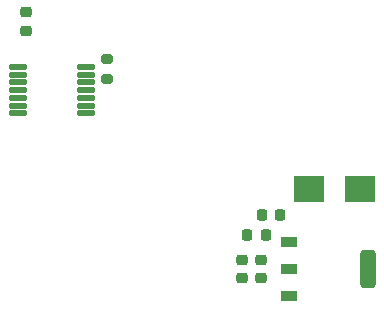
<source format=gbr>
%TF.GenerationSoftware,KiCad,Pcbnew,6.0.10-86aedd382b~118~ubuntu22.04.1*%
%TF.CreationDate,2023-04-05T16:54:16+05:30*%
%TF.ProjectId,Quadruped,51756164-7275-4706-9564-2e6b69636164,rev?*%
%TF.SameCoordinates,Original*%
%TF.FileFunction,Paste,Bot*%
%TF.FilePolarity,Positive*%
%FSLAX46Y46*%
G04 Gerber Fmt 4.6, Leading zero omitted, Abs format (unit mm)*
G04 Created by KiCad (PCBNEW 6.0.10-86aedd382b~118~ubuntu22.04.1) date 2023-04-05 16:54:16*
%MOMM*%
%LPD*%
G01*
G04 APERTURE LIST*
G04 Aperture macros list*
%AMRoundRect*
0 Rectangle with rounded corners*
0 $1 Rounding radius*
0 $2 $3 $4 $5 $6 $7 $8 $9 X,Y pos of 4 corners*
0 Add a 4 corners polygon primitive as box body*
4,1,4,$2,$3,$4,$5,$6,$7,$8,$9,$2,$3,0*
0 Add four circle primitives for the rounded corners*
1,1,$1+$1,$2,$3*
1,1,$1+$1,$4,$5*
1,1,$1+$1,$6,$7*
1,1,$1+$1,$8,$9*
0 Add four rect primitives between the rounded corners*
20,1,$1+$1,$2,$3,$4,$5,0*
20,1,$1+$1,$4,$5,$6,$7,0*
20,1,$1+$1,$6,$7,$8,$9,0*
20,1,$1+$1,$8,$9,$2,$3,0*%
G04 Aperture macros list end*
%ADD10RoundRect,0.200000X-0.275000X0.200000X-0.275000X-0.200000X0.275000X-0.200000X0.275000X0.200000X0*%
%ADD11RoundRect,0.225000X-0.250000X0.225000X-0.250000X-0.225000X0.250000X-0.225000X0.250000X0.225000X0*%
%ADD12RoundRect,0.225000X0.225000X0.250000X-0.225000X0.250000X-0.225000X-0.250000X0.225000X-0.250000X0*%
%ADD13RoundRect,0.065100X-0.589900X-0.399900X0.589900X-0.399900X0.589900X0.399900X-0.589900X0.399900X0*%
%ADD14RoundRect,0.314400X-0.340600X-1.305600X0.340600X-1.305600X0.340600X1.305600X-0.340600X1.305600X0*%
%ADD15R,2.500000X2.300000*%
%ADD16RoundRect,0.020500X0.714500X0.184500X-0.714500X0.184500X-0.714500X-0.184500X0.714500X-0.184500X0*%
G04 APERTURE END LIST*
D10*
%TO.C,R11*%
X61190000Y-100495000D03*
X61190000Y-102145000D03*
%TD*%
D11*
%TO.C,C26*%
X72670000Y-117450000D03*
X72670000Y-119000000D03*
%TD*%
%TO.C,C25*%
X74270000Y-117475000D03*
X74270000Y-119025000D03*
%TD*%
D12*
%TO.C,C28*%
X75845000Y-113650000D03*
X74295000Y-113650000D03*
%TD*%
%TO.C,C27*%
X74645000Y-115350000D03*
X73095000Y-115350000D03*
%TD*%
D13*
%TO.C,U4*%
X76587500Y-120540000D03*
X76587500Y-118250000D03*
X76587500Y-115960000D03*
D14*
X83277500Y-118250000D03*
%TD*%
D11*
%TO.C,C8*%
X54330000Y-96515000D03*
X54330000Y-98065000D03*
%TD*%
D15*
%TO.C,D1*%
X82620000Y-111450000D03*
X78320000Y-111450000D03*
%TD*%
D16*
%TO.C,U2*%
X59395000Y-101150000D03*
X59395000Y-101800000D03*
X59395000Y-102450000D03*
X59395000Y-103100000D03*
X59395000Y-103750000D03*
X59395000Y-104400000D03*
X59395000Y-105050000D03*
X53655000Y-105050000D03*
X53655000Y-104400000D03*
X53655000Y-103750000D03*
X53655000Y-103100000D03*
X53655000Y-102450000D03*
X53655000Y-101800000D03*
X53655000Y-101150000D03*
%TD*%
M02*

</source>
